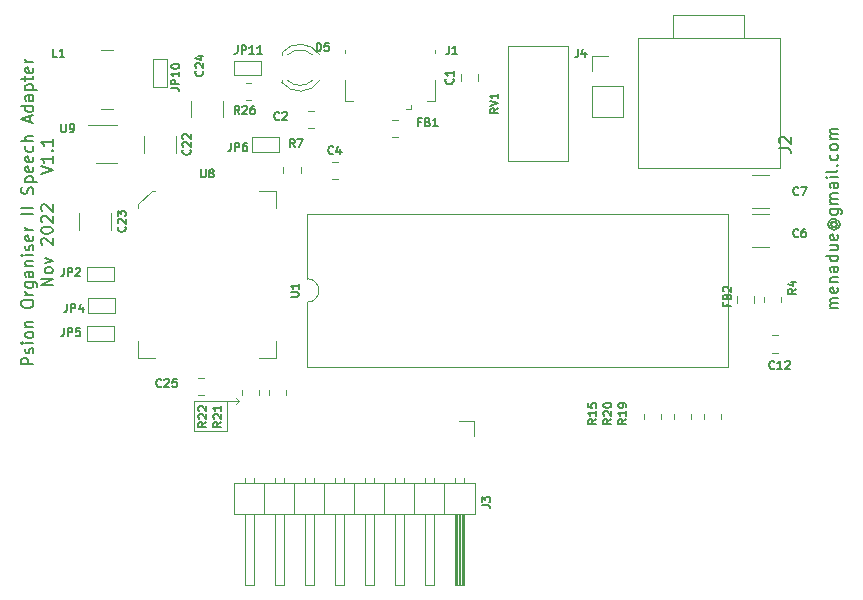
<source format=gbr>
G04 #@! TF.GenerationSoftware,KiCad,Pcbnew,5.1.5+dfsg1-2build2*
G04 #@! TF.CreationDate,2022-11-02T21:13:42+00:00*
G04 #@! TF.ProjectId,psion-speech-sp0256al2,7073696f-6e2d-4737-9065-6563682d7370,rev?*
G04 #@! TF.SameCoordinates,Original*
G04 #@! TF.FileFunction,Legend,Top*
G04 #@! TF.FilePolarity,Positive*
%FSLAX46Y46*%
G04 Gerber Fmt 4.6, Leading zero omitted, Abs format (unit mm)*
G04 Created by KiCad (PCBNEW 5.1.5+dfsg1-2build2) date 2022-11-02 21:13:42*
%MOMM*%
%LPD*%
G04 APERTURE LIST*
%ADD10C,0.150000*%
%ADD11C,0.120000*%
G04 APERTURE END LIST*
D10*
X109418380Y-119863238D02*
X108751714Y-119863238D01*
X108846952Y-119863238D02*
X108799333Y-119815619D01*
X108751714Y-119720380D01*
X108751714Y-119577523D01*
X108799333Y-119482285D01*
X108894571Y-119434666D01*
X109418380Y-119434666D01*
X108894571Y-119434666D02*
X108799333Y-119387047D01*
X108751714Y-119291809D01*
X108751714Y-119148952D01*
X108799333Y-119053714D01*
X108894571Y-119006095D01*
X109418380Y-119006095D01*
X109370761Y-118148952D02*
X109418380Y-118244190D01*
X109418380Y-118434666D01*
X109370761Y-118529904D01*
X109275523Y-118577523D01*
X108894571Y-118577523D01*
X108799333Y-118529904D01*
X108751714Y-118434666D01*
X108751714Y-118244190D01*
X108799333Y-118148952D01*
X108894571Y-118101333D01*
X108989809Y-118101333D01*
X109085047Y-118577523D01*
X108751714Y-117672761D02*
X109418380Y-117672761D01*
X108846952Y-117672761D02*
X108799333Y-117625142D01*
X108751714Y-117529904D01*
X108751714Y-117387047D01*
X108799333Y-117291809D01*
X108894571Y-117244190D01*
X109418380Y-117244190D01*
X109418380Y-116339428D02*
X108894571Y-116339428D01*
X108799333Y-116387047D01*
X108751714Y-116482285D01*
X108751714Y-116672761D01*
X108799333Y-116768000D01*
X109370761Y-116339428D02*
X109418380Y-116434666D01*
X109418380Y-116672761D01*
X109370761Y-116768000D01*
X109275523Y-116815619D01*
X109180285Y-116815619D01*
X109085047Y-116768000D01*
X109037428Y-116672761D01*
X109037428Y-116434666D01*
X108989809Y-116339428D01*
X109418380Y-115434666D02*
X108418380Y-115434666D01*
X109370761Y-115434666D02*
X109418380Y-115529904D01*
X109418380Y-115720380D01*
X109370761Y-115815619D01*
X109323142Y-115863238D01*
X109227904Y-115910857D01*
X108942190Y-115910857D01*
X108846952Y-115863238D01*
X108799333Y-115815619D01*
X108751714Y-115720380D01*
X108751714Y-115529904D01*
X108799333Y-115434666D01*
X108751714Y-114529904D02*
X109418380Y-114529904D01*
X108751714Y-114958476D02*
X109275523Y-114958476D01*
X109370761Y-114910857D01*
X109418380Y-114815619D01*
X109418380Y-114672761D01*
X109370761Y-114577523D01*
X109323142Y-114529904D01*
X109370761Y-113672761D02*
X109418380Y-113768000D01*
X109418380Y-113958476D01*
X109370761Y-114053714D01*
X109275523Y-114101333D01*
X108894571Y-114101333D01*
X108799333Y-114053714D01*
X108751714Y-113958476D01*
X108751714Y-113768000D01*
X108799333Y-113672761D01*
X108894571Y-113625142D01*
X108989809Y-113625142D01*
X109085047Y-114101333D01*
X108942190Y-112577523D02*
X108894571Y-112625142D01*
X108846952Y-112720380D01*
X108846952Y-112815619D01*
X108894571Y-112910857D01*
X108942190Y-112958476D01*
X109037428Y-113006095D01*
X109132666Y-113006095D01*
X109227904Y-112958476D01*
X109275523Y-112910857D01*
X109323142Y-112815619D01*
X109323142Y-112720380D01*
X109275523Y-112625142D01*
X109227904Y-112577523D01*
X108846952Y-112577523D02*
X109227904Y-112577523D01*
X109275523Y-112529904D01*
X109275523Y-112482285D01*
X109227904Y-112387047D01*
X109132666Y-112339428D01*
X108894571Y-112339428D01*
X108751714Y-112434666D01*
X108656476Y-112577523D01*
X108608857Y-112768000D01*
X108656476Y-112958476D01*
X108751714Y-113101333D01*
X108894571Y-113196571D01*
X109085047Y-113244190D01*
X109275523Y-113196571D01*
X109418380Y-113101333D01*
X109513619Y-112958476D01*
X109561238Y-112768000D01*
X109513619Y-112577523D01*
X109418380Y-112434666D01*
X108751714Y-111482285D02*
X109561238Y-111482285D01*
X109656476Y-111529904D01*
X109704095Y-111577523D01*
X109751714Y-111672761D01*
X109751714Y-111815619D01*
X109704095Y-111910857D01*
X109370761Y-111482285D02*
X109418380Y-111577523D01*
X109418380Y-111768000D01*
X109370761Y-111863238D01*
X109323142Y-111910857D01*
X109227904Y-111958476D01*
X108942190Y-111958476D01*
X108846952Y-111910857D01*
X108799333Y-111863238D01*
X108751714Y-111768000D01*
X108751714Y-111577523D01*
X108799333Y-111482285D01*
X109418380Y-111006095D02*
X108751714Y-111006095D01*
X108846952Y-111006095D02*
X108799333Y-110958476D01*
X108751714Y-110863238D01*
X108751714Y-110720380D01*
X108799333Y-110625142D01*
X108894571Y-110577523D01*
X109418380Y-110577523D01*
X108894571Y-110577523D02*
X108799333Y-110529904D01*
X108751714Y-110434666D01*
X108751714Y-110291809D01*
X108799333Y-110196571D01*
X108894571Y-110148952D01*
X109418380Y-110148952D01*
X109418380Y-109244190D02*
X108894571Y-109244190D01*
X108799333Y-109291809D01*
X108751714Y-109387047D01*
X108751714Y-109577523D01*
X108799333Y-109672761D01*
X109370761Y-109244190D02*
X109418380Y-109339428D01*
X109418380Y-109577523D01*
X109370761Y-109672761D01*
X109275523Y-109720380D01*
X109180285Y-109720380D01*
X109085047Y-109672761D01*
X109037428Y-109577523D01*
X109037428Y-109339428D01*
X108989809Y-109244190D01*
X109418380Y-108768000D02*
X108751714Y-108768000D01*
X108418380Y-108768000D02*
X108466000Y-108815619D01*
X108513619Y-108768000D01*
X108466000Y-108720380D01*
X108418380Y-108768000D01*
X108513619Y-108768000D01*
X109418380Y-108148952D02*
X109370761Y-108244190D01*
X109275523Y-108291809D01*
X108418380Y-108291809D01*
X109323142Y-107768000D02*
X109370761Y-107720380D01*
X109418380Y-107768000D01*
X109370761Y-107815619D01*
X109323142Y-107768000D01*
X109418380Y-107768000D01*
X109370761Y-106863238D02*
X109418380Y-106958476D01*
X109418380Y-107148952D01*
X109370761Y-107244190D01*
X109323142Y-107291809D01*
X109227904Y-107339428D01*
X108942190Y-107339428D01*
X108846952Y-107291809D01*
X108799333Y-107244190D01*
X108751714Y-107148952D01*
X108751714Y-106958476D01*
X108799333Y-106863238D01*
X109418380Y-106291809D02*
X109370761Y-106387047D01*
X109323142Y-106434666D01*
X109227904Y-106482285D01*
X108942190Y-106482285D01*
X108846952Y-106434666D01*
X108799333Y-106387047D01*
X108751714Y-106291809D01*
X108751714Y-106148952D01*
X108799333Y-106053714D01*
X108846952Y-106006095D01*
X108942190Y-105958476D01*
X109227904Y-105958476D01*
X109323142Y-106006095D01*
X109370761Y-106053714D01*
X109418380Y-106148952D01*
X109418380Y-106291809D01*
X109418380Y-105529904D02*
X108751714Y-105529904D01*
X108846952Y-105529904D02*
X108799333Y-105482285D01*
X108751714Y-105387047D01*
X108751714Y-105244190D01*
X108799333Y-105148952D01*
X108894571Y-105101333D01*
X109418380Y-105101333D01*
X108894571Y-105101333D02*
X108799333Y-105053714D01*
X108751714Y-104958476D01*
X108751714Y-104815619D01*
X108799333Y-104720380D01*
X108894571Y-104672761D01*
X109418380Y-104672761D01*
X41283380Y-124617142D02*
X40283380Y-124617142D01*
X40283380Y-124236190D01*
X40331000Y-124140952D01*
X40378619Y-124093333D01*
X40473857Y-124045714D01*
X40616714Y-124045714D01*
X40711952Y-124093333D01*
X40759571Y-124140952D01*
X40807190Y-124236190D01*
X40807190Y-124617142D01*
X41235761Y-123664761D02*
X41283380Y-123569523D01*
X41283380Y-123379047D01*
X41235761Y-123283809D01*
X41140523Y-123236190D01*
X41092904Y-123236190D01*
X40997666Y-123283809D01*
X40950047Y-123379047D01*
X40950047Y-123521904D01*
X40902428Y-123617142D01*
X40807190Y-123664761D01*
X40759571Y-123664761D01*
X40664333Y-123617142D01*
X40616714Y-123521904D01*
X40616714Y-123379047D01*
X40664333Y-123283809D01*
X41283380Y-122807619D02*
X40616714Y-122807619D01*
X40283380Y-122807619D02*
X40331000Y-122855238D01*
X40378619Y-122807619D01*
X40331000Y-122760000D01*
X40283380Y-122807619D01*
X40378619Y-122807619D01*
X41283380Y-122188571D02*
X41235761Y-122283809D01*
X41188142Y-122331428D01*
X41092904Y-122379047D01*
X40807190Y-122379047D01*
X40711952Y-122331428D01*
X40664333Y-122283809D01*
X40616714Y-122188571D01*
X40616714Y-122045714D01*
X40664333Y-121950476D01*
X40711952Y-121902857D01*
X40807190Y-121855238D01*
X41092904Y-121855238D01*
X41188142Y-121902857D01*
X41235761Y-121950476D01*
X41283380Y-122045714D01*
X41283380Y-122188571D01*
X40616714Y-121426666D02*
X41283380Y-121426666D01*
X40711952Y-121426666D02*
X40664333Y-121379047D01*
X40616714Y-121283809D01*
X40616714Y-121140952D01*
X40664333Y-121045714D01*
X40759571Y-120998095D01*
X41283380Y-120998095D01*
X40283380Y-119569523D02*
X40283380Y-119379047D01*
X40331000Y-119283809D01*
X40426238Y-119188571D01*
X40616714Y-119140952D01*
X40950047Y-119140952D01*
X41140523Y-119188571D01*
X41235761Y-119283809D01*
X41283380Y-119379047D01*
X41283380Y-119569523D01*
X41235761Y-119664761D01*
X41140523Y-119760000D01*
X40950047Y-119807619D01*
X40616714Y-119807619D01*
X40426238Y-119760000D01*
X40331000Y-119664761D01*
X40283380Y-119569523D01*
X41283380Y-118712380D02*
X40616714Y-118712380D01*
X40807190Y-118712380D02*
X40711952Y-118664761D01*
X40664333Y-118617142D01*
X40616714Y-118521904D01*
X40616714Y-118426666D01*
X40616714Y-117664761D02*
X41426238Y-117664761D01*
X41521476Y-117712380D01*
X41569095Y-117760000D01*
X41616714Y-117855238D01*
X41616714Y-117998095D01*
X41569095Y-118093333D01*
X41235761Y-117664761D02*
X41283380Y-117760000D01*
X41283380Y-117950476D01*
X41235761Y-118045714D01*
X41188142Y-118093333D01*
X41092904Y-118140952D01*
X40807190Y-118140952D01*
X40711952Y-118093333D01*
X40664333Y-118045714D01*
X40616714Y-117950476D01*
X40616714Y-117760000D01*
X40664333Y-117664761D01*
X41283380Y-116760000D02*
X40759571Y-116760000D01*
X40664333Y-116807619D01*
X40616714Y-116902857D01*
X40616714Y-117093333D01*
X40664333Y-117188571D01*
X41235761Y-116760000D02*
X41283380Y-116855238D01*
X41283380Y-117093333D01*
X41235761Y-117188571D01*
X41140523Y-117236190D01*
X41045285Y-117236190D01*
X40950047Y-117188571D01*
X40902428Y-117093333D01*
X40902428Y-116855238D01*
X40854809Y-116760000D01*
X40616714Y-116283809D02*
X41283380Y-116283809D01*
X40711952Y-116283809D02*
X40664333Y-116236190D01*
X40616714Y-116140952D01*
X40616714Y-115998095D01*
X40664333Y-115902857D01*
X40759571Y-115855238D01*
X41283380Y-115855238D01*
X41283380Y-115379047D02*
X40616714Y-115379047D01*
X40283380Y-115379047D02*
X40331000Y-115426666D01*
X40378619Y-115379047D01*
X40331000Y-115331428D01*
X40283380Y-115379047D01*
X40378619Y-115379047D01*
X41235761Y-114950476D02*
X41283380Y-114855238D01*
X41283380Y-114664761D01*
X41235761Y-114569523D01*
X41140523Y-114521904D01*
X41092904Y-114521904D01*
X40997666Y-114569523D01*
X40950047Y-114664761D01*
X40950047Y-114807619D01*
X40902428Y-114902857D01*
X40807190Y-114950476D01*
X40759571Y-114950476D01*
X40664333Y-114902857D01*
X40616714Y-114807619D01*
X40616714Y-114664761D01*
X40664333Y-114569523D01*
X41235761Y-113712380D02*
X41283380Y-113807619D01*
X41283380Y-113998095D01*
X41235761Y-114093333D01*
X41140523Y-114140952D01*
X40759571Y-114140952D01*
X40664333Y-114093333D01*
X40616714Y-113998095D01*
X40616714Y-113807619D01*
X40664333Y-113712380D01*
X40759571Y-113664761D01*
X40854809Y-113664761D01*
X40950047Y-114140952D01*
X41283380Y-113236190D02*
X40616714Y-113236190D01*
X40807190Y-113236190D02*
X40711952Y-113188571D01*
X40664333Y-113140952D01*
X40616714Y-113045714D01*
X40616714Y-112950476D01*
X41283380Y-111855238D02*
X40283380Y-111855238D01*
X41283380Y-111379047D02*
X40283380Y-111379047D01*
X41235761Y-110188571D02*
X41283380Y-110045714D01*
X41283380Y-109807619D01*
X41235761Y-109712380D01*
X41188142Y-109664761D01*
X41092904Y-109617142D01*
X40997666Y-109617142D01*
X40902428Y-109664761D01*
X40854809Y-109712380D01*
X40807190Y-109807619D01*
X40759571Y-109998095D01*
X40711952Y-110093333D01*
X40664333Y-110140952D01*
X40569095Y-110188571D01*
X40473857Y-110188571D01*
X40378619Y-110140952D01*
X40331000Y-110093333D01*
X40283380Y-109998095D01*
X40283380Y-109760000D01*
X40331000Y-109617142D01*
X40616714Y-109188571D02*
X41616714Y-109188571D01*
X40664333Y-109188571D02*
X40616714Y-109093333D01*
X40616714Y-108902857D01*
X40664333Y-108807619D01*
X40711952Y-108760000D01*
X40807190Y-108712380D01*
X41092904Y-108712380D01*
X41188142Y-108760000D01*
X41235761Y-108807619D01*
X41283380Y-108902857D01*
X41283380Y-109093333D01*
X41235761Y-109188571D01*
X41235761Y-107902857D02*
X41283380Y-107998095D01*
X41283380Y-108188571D01*
X41235761Y-108283809D01*
X41140523Y-108331428D01*
X40759571Y-108331428D01*
X40664333Y-108283809D01*
X40616714Y-108188571D01*
X40616714Y-107998095D01*
X40664333Y-107902857D01*
X40759571Y-107855238D01*
X40854809Y-107855238D01*
X40950047Y-108331428D01*
X41235761Y-107045714D02*
X41283380Y-107140952D01*
X41283380Y-107331428D01*
X41235761Y-107426666D01*
X41140523Y-107474285D01*
X40759571Y-107474285D01*
X40664333Y-107426666D01*
X40616714Y-107331428D01*
X40616714Y-107140952D01*
X40664333Y-107045714D01*
X40759571Y-106998095D01*
X40854809Y-106998095D01*
X40950047Y-107474285D01*
X41235761Y-106140952D02*
X41283380Y-106236190D01*
X41283380Y-106426666D01*
X41235761Y-106521904D01*
X41188142Y-106569523D01*
X41092904Y-106617142D01*
X40807190Y-106617142D01*
X40711952Y-106569523D01*
X40664333Y-106521904D01*
X40616714Y-106426666D01*
X40616714Y-106236190D01*
X40664333Y-106140952D01*
X41283380Y-105712380D02*
X40283380Y-105712380D01*
X41283380Y-105283809D02*
X40759571Y-105283809D01*
X40664333Y-105331428D01*
X40616714Y-105426666D01*
X40616714Y-105569523D01*
X40664333Y-105664761D01*
X40711952Y-105712380D01*
X40997666Y-104093333D02*
X40997666Y-103617142D01*
X41283380Y-104188571D02*
X40283380Y-103855238D01*
X41283380Y-103521904D01*
X41283380Y-102760000D02*
X40283380Y-102760000D01*
X41235761Y-102760000D02*
X41283380Y-102855238D01*
X41283380Y-103045714D01*
X41235761Y-103140952D01*
X41188142Y-103188571D01*
X41092904Y-103236190D01*
X40807190Y-103236190D01*
X40711952Y-103188571D01*
X40664333Y-103140952D01*
X40616714Y-103045714D01*
X40616714Y-102855238D01*
X40664333Y-102760000D01*
X41283380Y-101855238D02*
X40759571Y-101855238D01*
X40664333Y-101902857D01*
X40616714Y-101998095D01*
X40616714Y-102188571D01*
X40664333Y-102283809D01*
X41235761Y-101855238D02*
X41283380Y-101950476D01*
X41283380Y-102188571D01*
X41235761Y-102283809D01*
X41140523Y-102331428D01*
X41045285Y-102331428D01*
X40950047Y-102283809D01*
X40902428Y-102188571D01*
X40902428Y-101950476D01*
X40854809Y-101855238D01*
X40616714Y-101379047D02*
X41616714Y-101379047D01*
X40664333Y-101379047D02*
X40616714Y-101283809D01*
X40616714Y-101093333D01*
X40664333Y-100998095D01*
X40711952Y-100950476D01*
X40807190Y-100902857D01*
X41092904Y-100902857D01*
X41188142Y-100950476D01*
X41235761Y-100998095D01*
X41283380Y-101093333D01*
X41283380Y-101283809D01*
X41235761Y-101379047D01*
X40616714Y-100617142D02*
X40616714Y-100236190D01*
X40283380Y-100474285D02*
X41140523Y-100474285D01*
X41235761Y-100426666D01*
X41283380Y-100331428D01*
X41283380Y-100236190D01*
X41235761Y-99521904D02*
X41283380Y-99617142D01*
X41283380Y-99807619D01*
X41235761Y-99902857D01*
X41140523Y-99950476D01*
X40759571Y-99950476D01*
X40664333Y-99902857D01*
X40616714Y-99807619D01*
X40616714Y-99617142D01*
X40664333Y-99521904D01*
X40759571Y-99474285D01*
X40854809Y-99474285D01*
X40950047Y-99950476D01*
X41283380Y-99045714D02*
X40616714Y-99045714D01*
X40807190Y-99045714D02*
X40711952Y-98998095D01*
X40664333Y-98950476D01*
X40616714Y-98855238D01*
X40616714Y-98760000D01*
X42933380Y-117926666D02*
X41933380Y-117926666D01*
X42933380Y-117355238D01*
X41933380Y-117355238D01*
X42933380Y-116736190D02*
X42885761Y-116831428D01*
X42838142Y-116879047D01*
X42742904Y-116926666D01*
X42457190Y-116926666D01*
X42361952Y-116879047D01*
X42314333Y-116831428D01*
X42266714Y-116736190D01*
X42266714Y-116593333D01*
X42314333Y-116498095D01*
X42361952Y-116450476D01*
X42457190Y-116402857D01*
X42742904Y-116402857D01*
X42838142Y-116450476D01*
X42885761Y-116498095D01*
X42933380Y-116593333D01*
X42933380Y-116736190D01*
X42266714Y-116069523D02*
X42933380Y-115831428D01*
X42266714Y-115593333D01*
X42028619Y-114498095D02*
X41981000Y-114450476D01*
X41933380Y-114355238D01*
X41933380Y-114117142D01*
X41981000Y-114021904D01*
X42028619Y-113974285D01*
X42123857Y-113926666D01*
X42219095Y-113926666D01*
X42361952Y-113974285D01*
X42933380Y-114545714D01*
X42933380Y-113926666D01*
X41933380Y-113307619D02*
X41933380Y-113212380D01*
X41981000Y-113117142D01*
X42028619Y-113069523D01*
X42123857Y-113021904D01*
X42314333Y-112974285D01*
X42552428Y-112974285D01*
X42742904Y-113021904D01*
X42838142Y-113069523D01*
X42885761Y-113117142D01*
X42933380Y-113212380D01*
X42933380Y-113307619D01*
X42885761Y-113402857D01*
X42838142Y-113450476D01*
X42742904Y-113498095D01*
X42552428Y-113545714D01*
X42314333Y-113545714D01*
X42123857Y-113498095D01*
X42028619Y-113450476D01*
X41981000Y-113402857D01*
X41933380Y-113307619D01*
X42028619Y-112593333D02*
X41981000Y-112545714D01*
X41933380Y-112450476D01*
X41933380Y-112212380D01*
X41981000Y-112117142D01*
X42028619Y-112069523D01*
X42123857Y-112021904D01*
X42219095Y-112021904D01*
X42361952Y-112069523D01*
X42933380Y-112640952D01*
X42933380Y-112021904D01*
X42028619Y-111640952D02*
X41981000Y-111593333D01*
X41933380Y-111498095D01*
X41933380Y-111260000D01*
X41981000Y-111164761D01*
X42028619Y-111117142D01*
X42123857Y-111069523D01*
X42219095Y-111069523D01*
X42361952Y-111117142D01*
X42933380Y-111688571D01*
X42933380Y-111069523D01*
X41933380Y-108498095D02*
X42933380Y-108164761D01*
X41933380Y-107831428D01*
X42933380Y-106974285D02*
X42933380Y-107545714D01*
X42933380Y-107260000D02*
X41933380Y-107260000D01*
X42076238Y-107355238D01*
X42171476Y-107450476D01*
X42219095Y-107545714D01*
X42838142Y-106545714D02*
X42885761Y-106498095D01*
X42933380Y-106545714D01*
X42885761Y-106593333D01*
X42838142Y-106545714D01*
X42933380Y-106545714D01*
X42933380Y-105545714D02*
X42933380Y-106117142D01*
X42933380Y-105831428D02*
X41933380Y-105831428D01*
X42076238Y-105926666D01*
X42171476Y-106021904D01*
X42219095Y-106117142D01*
D11*
X58420000Y-128016000D02*
X58674000Y-127762000D01*
X58420000Y-127508000D02*
X58674000Y-127762000D01*
X58674000Y-127762000D02*
X58420000Y-127508000D01*
X57658000Y-127762000D02*
X58674000Y-127762000D01*
X57658000Y-127762000D02*
X57658000Y-130302000D01*
X57404000Y-127762000D02*
X57658000Y-127762000D01*
X54864000Y-127762000D02*
X57404000Y-127762000D01*
X54864000Y-130302000D02*
X54864000Y-127762000D01*
X57658000Y-130302000D02*
X54864000Y-130302000D01*
X104371252Y-122155000D02*
X103848748Y-122155000D01*
X104371252Y-123625000D02*
X103848748Y-123625000D01*
X63935000Y-108387064D02*
X63935000Y-107932936D01*
X62465000Y-108387064D02*
X62465000Y-107932936D01*
X101490000Y-95010000D02*
X101490000Y-97010000D01*
X95490000Y-95010000D02*
X95490000Y-97010000D01*
X101490000Y-95010000D02*
X95490000Y-95010000D01*
X98490000Y-95010000D02*
X101490000Y-95010000D01*
X92490000Y-97010000D02*
X104490000Y-97010000D01*
X92490000Y-108010000D02*
X92490000Y-97010000D01*
X104490000Y-108010000D02*
X92490000Y-108010000D01*
X104490000Y-97010000D02*
X104490000Y-108010000D01*
X64456000Y-111904000D02*
X64456000Y-117364000D01*
X100136000Y-111904000D02*
X64456000Y-111904000D01*
X100136000Y-124824000D02*
X100136000Y-111904000D01*
X64456000Y-124824000D02*
X100136000Y-124824000D01*
X64456000Y-119364000D02*
X64456000Y-124824000D01*
X64456000Y-117364000D02*
G75*
G02X64456000Y-119364000I0J-1000000D01*
G01*
X78630000Y-129390000D02*
X78630000Y-130660000D01*
X77360000Y-129390000D02*
X78630000Y-129390000D01*
X77740000Y-134697071D02*
X77740000Y-134242929D01*
X76980000Y-134697071D02*
X76980000Y-134242929D01*
X59200000Y-134242929D02*
X59200000Y-134640000D01*
X59960000Y-134242929D02*
X59960000Y-134640000D01*
X59200000Y-143300000D02*
X59200000Y-137300000D01*
X59960000Y-143300000D02*
X59200000Y-143300000D01*
X59960000Y-137300000D02*
X59960000Y-143300000D01*
X60850000Y-134640000D02*
X60850000Y-137300000D01*
X75200000Y-134697071D02*
X75200000Y-134242929D01*
X74440000Y-134697071D02*
X74440000Y-134242929D01*
X61740000Y-134242929D02*
X61740000Y-134640000D01*
X62500000Y-134242929D02*
X62500000Y-134640000D01*
X61740000Y-143300000D02*
X61740000Y-137300000D01*
X62500000Y-143300000D02*
X61740000Y-143300000D01*
X62500000Y-137300000D02*
X62500000Y-143300000D01*
X63390000Y-134640000D02*
X63390000Y-137300000D01*
X72660000Y-134697071D02*
X72660000Y-134242929D01*
X71900000Y-134697071D02*
X71900000Y-134242929D01*
X64280000Y-134242929D02*
X64280000Y-134640000D01*
X65040000Y-134242929D02*
X65040000Y-134640000D01*
X64280000Y-143300000D02*
X64280000Y-137300000D01*
X65040000Y-143300000D02*
X64280000Y-143300000D01*
X65040000Y-137300000D02*
X65040000Y-143300000D01*
X65930000Y-134640000D02*
X65930000Y-137300000D01*
X70120000Y-134697071D02*
X70120000Y-134242929D01*
X69360000Y-134697071D02*
X69360000Y-134242929D01*
X66820000Y-134242929D02*
X66820000Y-134640000D01*
X67580000Y-134242929D02*
X67580000Y-134640000D01*
X66820000Y-143300000D02*
X66820000Y-137300000D01*
X67580000Y-143300000D02*
X66820000Y-143300000D01*
X67580000Y-137300000D02*
X67580000Y-143300000D01*
X68470000Y-134640000D02*
X68470000Y-137300000D01*
X67580000Y-134697071D02*
X67580000Y-134242929D01*
X66820000Y-134697071D02*
X66820000Y-134242929D01*
X69360000Y-134242929D02*
X69360000Y-134640000D01*
X70120000Y-134242929D02*
X70120000Y-134640000D01*
X69360000Y-143300000D02*
X69360000Y-137300000D01*
X70120000Y-143300000D02*
X69360000Y-143300000D01*
X70120000Y-137300000D02*
X70120000Y-143300000D01*
X71010000Y-134640000D02*
X71010000Y-137300000D01*
X65040000Y-134697071D02*
X65040000Y-134242929D01*
X64280000Y-134697071D02*
X64280000Y-134242929D01*
X71900000Y-134242929D02*
X71900000Y-134640000D01*
X72660000Y-134242929D02*
X72660000Y-134640000D01*
X71900000Y-143300000D02*
X71900000Y-137300000D01*
X72660000Y-143300000D02*
X71900000Y-143300000D01*
X72660000Y-137300000D02*
X72660000Y-143300000D01*
X73550000Y-134640000D02*
X73550000Y-137300000D01*
X62500000Y-134697071D02*
X62500000Y-134242929D01*
X61740000Y-134697071D02*
X61740000Y-134242929D01*
X74440000Y-134242929D02*
X74440000Y-134640000D01*
X75200000Y-134242929D02*
X75200000Y-134640000D01*
X74440000Y-143300000D02*
X74440000Y-137300000D01*
X75200000Y-143300000D02*
X74440000Y-143300000D01*
X75200000Y-137300000D02*
X75200000Y-143300000D01*
X76090000Y-134640000D02*
X76090000Y-137300000D01*
X59960000Y-134630000D02*
X59960000Y-134242929D01*
X59200000Y-134630000D02*
X59200000Y-134242929D01*
X76980000Y-134242929D02*
X76980000Y-134640000D01*
X77740000Y-134242929D02*
X77740000Y-134640000D01*
X77080000Y-137300000D02*
X77080000Y-143300000D01*
X77200000Y-137300000D02*
X77200000Y-143300000D01*
X77320000Y-137300000D02*
X77320000Y-143300000D01*
X77440000Y-137300000D02*
X77440000Y-143300000D01*
X77560000Y-137300000D02*
X77560000Y-143300000D01*
X77680000Y-137300000D02*
X77680000Y-143300000D01*
X76980000Y-143300000D02*
X76980000Y-137300000D01*
X77740000Y-143300000D02*
X76980000Y-143300000D01*
X77740000Y-137300000D02*
X77740000Y-143300000D01*
X78690000Y-137300000D02*
X78690000Y-134640000D01*
X58250000Y-137300000D02*
X78690000Y-137300000D01*
X58250000Y-134640000D02*
X58250000Y-137300000D01*
X78690000Y-134640000D02*
X58250000Y-134640000D01*
X81470000Y-97655000D02*
X86540000Y-97655000D01*
X81470000Y-107425000D02*
X86540000Y-107425000D01*
X86540000Y-107425000D02*
X86540000Y-97655000D01*
X81470000Y-107425000D02*
X81470000Y-97655000D01*
X88586000Y-98492000D02*
X89916000Y-98492000D01*
X88586000Y-99822000D02*
X88586000Y-98492000D01*
X88586000Y-101092000D02*
X91246000Y-101092000D01*
X91246000Y-101092000D02*
X91246000Y-103692000D01*
X88586000Y-101092000D02*
X88586000Y-103692000D01*
X88586000Y-103692000D02*
X91246000Y-103692000D01*
X104621000Y-119353064D02*
X104621000Y-118898936D01*
X103151000Y-119353064D02*
X103151000Y-118898936D01*
X103581252Y-108622000D02*
X102158748Y-108622000D01*
X103581252Y-111342000D02*
X102158748Y-111342000D01*
X102158748Y-114644000D02*
X103581252Y-114644000D01*
X102158748Y-111924000D02*
X103581252Y-111924000D01*
X66540748Y-108939000D02*
X67063252Y-108939000D01*
X66540748Y-107469000D02*
X67063252Y-107469000D01*
X64508748Y-104621000D02*
X65031252Y-104621000D01*
X64508748Y-103151000D02*
X65031252Y-103151000D01*
X48400000Y-104390000D02*
X45950000Y-104390000D01*
X46600000Y-107610000D02*
X48400000Y-107610000D01*
X50175000Y-111077218D02*
X50175000Y-111360000D01*
X51347218Y-109905000D02*
X50175000Y-111077218D01*
X51630000Y-109905000D02*
X51347218Y-109905000D01*
X61825000Y-124095000D02*
X61825000Y-122640000D01*
X60370000Y-124095000D02*
X61825000Y-124095000D01*
X50175000Y-124095000D02*
X50175000Y-122640000D01*
X51630000Y-124095000D02*
X50175000Y-124095000D01*
X61825000Y-109905000D02*
X61825000Y-111360000D01*
X60370000Y-109905000D02*
X61825000Y-109905000D01*
X59272936Y-102235000D02*
X59727064Y-102235000D01*
X59272936Y-100765000D02*
X59727064Y-100765000D01*
X60425000Y-127227064D02*
X60425000Y-126772936D01*
X58955000Y-127227064D02*
X58955000Y-126772936D01*
X62711000Y-127227064D02*
X62711000Y-126772936D01*
X61241000Y-127227064D02*
X61241000Y-126772936D01*
X95531000Y-128804936D02*
X95531000Y-129259064D01*
X97001000Y-128804936D02*
X97001000Y-129259064D01*
X98071000Y-128804936D02*
X98071000Y-129259064D01*
X99541000Y-128804936D02*
X99541000Y-129259064D01*
X94461000Y-129259064D02*
X94461000Y-128804936D01*
X92991000Y-129259064D02*
X92991000Y-128804936D01*
X48000000Y-97990000D02*
X47000000Y-97990000D01*
X48000000Y-103010000D02*
X47000000Y-103010000D01*
X58300000Y-98900000D02*
X60600000Y-98900000D01*
X60600000Y-98900000D02*
X60600000Y-100100000D01*
X60600000Y-100100000D02*
X58300000Y-100100000D01*
X58300000Y-100100000D02*
X58300000Y-98900000D01*
X52600000Y-98800000D02*
X52600000Y-101100000D01*
X52600000Y-101100000D02*
X51400000Y-101100000D01*
X51400000Y-101100000D02*
X51400000Y-98800000D01*
X51400000Y-98800000D02*
X52600000Y-98800000D01*
X59800000Y-105400000D02*
X62100000Y-105400000D01*
X62100000Y-105400000D02*
X62100000Y-106600000D01*
X62100000Y-106600000D02*
X59800000Y-106600000D01*
X59800000Y-106600000D02*
X59800000Y-105400000D01*
X45800000Y-121400000D02*
X48100000Y-121400000D01*
X48100000Y-121400000D02*
X48100000Y-122600000D01*
X48100000Y-122600000D02*
X45800000Y-122600000D01*
X45800000Y-122600000D02*
X45800000Y-121400000D01*
X48190000Y-120234000D02*
X45890000Y-120234000D01*
X45890000Y-120234000D02*
X45890000Y-119034000D01*
X45890000Y-119034000D02*
X48190000Y-119034000D01*
X48190000Y-119034000D02*
X48190000Y-120234000D01*
X45800000Y-116400000D02*
X48100000Y-116400000D01*
X48100000Y-116400000D02*
X48100000Y-117600000D01*
X48100000Y-117600000D02*
X45800000Y-117600000D01*
X45800000Y-117600000D02*
X45800000Y-116400000D01*
X73260000Y-103010000D02*
X73260000Y-102620000D01*
X73260000Y-103010000D02*
X72810000Y-103010000D01*
X67690000Y-102310000D02*
X68340000Y-102310000D01*
X67690000Y-100580000D02*
X67690000Y-102310000D01*
X75310000Y-98010000D02*
X75310000Y-98220000D01*
X67690000Y-98010000D02*
X67690000Y-98220000D01*
X75310000Y-100580000D02*
X75310000Y-102310000D01*
X75310000Y-102310000D02*
X74650000Y-102310000D01*
X100865000Y-118864748D02*
X100865000Y-119387252D01*
X102335000Y-118864748D02*
X102335000Y-119387252D01*
X71620748Y-105383000D02*
X72143252Y-105383000D01*
X71620748Y-103913000D02*
X72143252Y-103913000D01*
X62310000Y-100580000D02*
X62310000Y-100736000D01*
X62310000Y-98264000D02*
X62310000Y-98420000D01*
X64911130Y-100579837D02*
G75*
G02X62829039Y-100580000I-1041130J1079837D01*
G01*
X64911130Y-98420163D02*
G75*
G03X62829039Y-98420000I-1041130J-1079837D01*
G01*
X65542335Y-100578608D02*
G75*
G02X62310000Y-100735516I-1672335J1078608D01*
G01*
X65542335Y-98421392D02*
G75*
G03X62310000Y-98264484I-1672335J-1078608D01*
G01*
X55238748Y-127235000D02*
X55761252Y-127235000D01*
X55238748Y-125765000D02*
X55761252Y-125765000D01*
X54640000Y-102288748D02*
X54640000Y-103711252D01*
X57360000Y-102288748D02*
X57360000Y-103711252D01*
X45140000Y-111788748D02*
X45140000Y-113211252D01*
X47860000Y-111788748D02*
X47860000Y-113211252D01*
X50640000Y-105288748D02*
X50640000Y-106711252D01*
X53360000Y-105288748D02*
X53360000Y-106711252D01*
X78967000Y-100591252D02*
X78967000Y-100068748D01*
X77497000Y-100591252D02*
X77497000Y-100068748D01*
D10*
X104020000Y-124950000D02*
X103986666Y-124983333D01*
X103886666Y-125016666D01*
X103820000Y-125016666D01*
X103720000Y-124983333D01*
X103653333Y-124916666D01*
X103620000Y-124850000D01*
X103586666Y-124716666D01*
X103586666Y-124616666D01*
X103620000Y-124483333D01*
X103653333Y-124416666D01*
X103720000Y-124350000D01*
X103820000Y-124316666D01*
X103886666Y-124316666D01*
X103986666Y-124350000D01*
X104020000Y-124383333D01*
X104686666Y-125016666D02*
X104286666Y-125016666D01*
X104486666Y-125016666D02*
X104486666Y-124316666D01*
X104420000Y-124416666D01*
X104353333Y-124483333D01*
X104286666Y-124516666D01*
X104953333Y-124383333D02*
X104986666Y-124350000D01*
X105053333Y-124316666D01*
X105220000Y-124316666D01*
X105286666Y-124350000D01*
X105320000Y-124383333D01*
X105353333Y-124450000D01*
X105353333Y-124516666D01*
X105320000Y-124616666D01*
X104920000Y-125016666D01*
X105353333Y-125016666D01*
X63413333Y-106246666D02*
X63180000Y-105913333D01*
X63013333Y-106246666D02*
X63013333Y-105546666D01*
X63280000Y-105546666D01*
X63346666Y-105580000D01*
X63380000Y-105613333D01*
X63413333Y-105680000D01*
X63413333Y-105780000D01*
X63380000Y-105846666D01*
X63346666Y-105880000D01*
X63280000Y-105913333D01*
X63013333Y-105913333D01*
X63646666Y-105546666D02*
X64113333Y-105546666D01*
X63813333Y-106246666D01*
X104442380Y-106343333D02*
X105156666Y-106343333D01*
X105299523Y-106390952D01*
X105394761Y-106486190D01*
X105442380Y-106629047D01*
X105442380Y-106724285D01*
X104537619Y-105914761D02*
X104490000Y-105867142D01*
X104442380Y-105771904D01*
X104442380Y-105533809D01*
X104490000Y-105438571D01*
X104537619Y-105390952D01*
X104632857Y-105343333D01*
X104728095Y-105343333D01*
X104870952Y-105390952D01*
X105442380Y-105962380D01*
X105442380Y-105343333D01*
X63072666Y-118897333D02*
X63639333Y-118897333D01*
X63706000Y-118864000D01*
X63739333Y-118830666D01*
X63772666Y-118764000D01*
X63772666Y-118630666D01*
X63739333Y-118564000D01*
X63706000Y-118530666D01*
X63639333Y-118497333D01*
X63072666Y-118497333D01*
X63772666Y-117797333D02*
X63772666Y-118197333D01*
X63772666Y-117997333D02*
X63072666Y-117997333D01*
X63172666Y-118064000D01*
X63239333Y-118130666D01*
X63272666Y-118197333D01*
X79246666Y-136548333D02*
X79746666Y-136548333D01*
X79846666Y-136581666D01*
X79913333Y-136648333D01*
X79946666Y-136748333D01*
X79946666Y-136815000D01*
X79246666Y-136281666D02*
X79246666Y-135848333D01*
X79513333Y-136081666D01*
X79513333Y-135981666D01*
X79546666Y-135915000D01*
X79580000Y-135881666D01*
X79646666Y-135848333D01*
X79813333Y-135848333D01*
X79880000Y-135881666D01*
X79913333Y-135915000D01*
X79946666Y-135981666D01*
X79946666Y-136181666D01*
X79913333Y-136248333D01*
X79880000Y-136281666D01*
X80656666Y-102956666D02*
X80323333Y-103190000D01*
X80656666Y-103356666D02*
X79956666Y-103356666D01*
X79956666Y-103090000D01*
X79990000Y-103023333D01*
X80023333Y-102990000D01*
X80090000Y-102956666D01*
X80190000Y-102956666D01*
X80256666Y-102990000D01*
X80290000Y-103023333D01*
X80323333Y-103090000D01*
X80323333Y-103356666D01*
X79956666Y-102756666D02*
X80656666Y-102523333D01*
X79956666Y-102290000D01*
X80656666Y-101690000D02*
X80656666Y-102090000D01*
X80656666Y-101890000D02*
X79956666Y-101890000D01*
X80056666Y-101956666D01*
X80123333Y-102023333D01*
X80156666Y-102090000D01*
X87396666Y-97914666D02*
X87396666Y-98414666D01*
X87363333Y-98514666D01*
X87296666Y-98581333D01*
X87196666Y-98614666D01*
X87130000Y-98614666D01*
X88030000Y-98148000D02*
X88030000Y-98614666D01*
X87863333Y-97881333D02*
X87696666Y-98381333D01*
X88130000Y-98381333D01*
X105876666Y-118226666D02*
X105543333Y-118460000D01*
X105876666Y-118626666D02*
X105176666Y-118626666D01*
X105176666Y-118360000D01*
X105210000Y-118293333D01*
X105243333Y-118260000D01*
X105310000Y-118226666D01*
X105410000Y-118226666D01*
X105476666Y-118260000D01*
X105510000Y-118293333D01*
X105543333Y-118360000D01*
X105543333Y-118626666D01*
X105410000Y-117626666D02*
X105876666Y-117626666D01*
X105143333Y-117793333D02*
X105643333Y-117960000D01*
X105643333Y-117526666D01*
X106055333Y-110232000D02*
X106022000Y-110265333D01*
X105922000Y-110298666D01*
X105855333Y-110298666D01*
X105755333Y-110265333D01*
X105688666Y-110198666D01*
X105655333Y-110132000D01*
X105622000Y-109998666D01*
X105622000Y-109898666D01*
X105655333Y-109765333D01*
X105688666Y-109698666D01*
X105755333Y-109632000D01*
X105855333Y-109598666D01*
X105922000Y-109598666D01*
X106022000Y-109632000D01*
X106055333Y-109665333D01*
X106288666Y-109598666D02*
X106755333Y-109598666D01*
X106455333Y-110298666D01*
X106055333Y-113788000D02*
X106022000Y-113821333D01*
X105922000Y-113854666D01*
X105855333Y-113854666D01*
X105755333Y-113821333D01*
X105688666Y-113754666D01*
X105655333Y-113688000D01*
X105622000Y-113554666D01*
X105622000Y-113454666D01*
X105655333Y-113321333D01*
X105688666Y-113254666D01*
X105755333Y-113188000D01*
X105855333Y-113154666D01*
X105922000Y-113154666D01*
X106022000Y-113188000D01*
X106055333Y-113221333D01*
X106655333Y-113154666D02*
X106522000Y-113154666D01*
X106455333Y-113188000D01*
X106422000Y-113221333D01*
X106355333Y-113321333D01*
X106322000Y-113454666D01*
X106322000Y-113721333D01*
X106355333Y-113788000D01*
X106388666Y-113821333D01*
X106455333Y-113854666D01*
X106588666Y-113854666D01*
X106655333Y-113821333D01*
X106688666Y-113788000D01*
X106722000Y-113721333D01*
X106722000Y-113554666D01*
X106688666Y-113488000D01*
X106655333Y-113454666D01*
X106588666Y-113421333D01*
X106455333Y-113421333D01*
X106388666Y-113454666D01*
X106355333Y-113488000D01*
X106322000Y-113554666D01*
X66685333Y-106774000D02*
X66652000Y-106807333D01*
X66552000Y-106840666D01*
X66485333Y-106840666D01*
X66385333Y-106807333D01*
X66318666Y-106740666D01*
X66285333Y-106674000D01*
X66252000Y-106540666D01*
X66252000Y-106440666D01*
X66285333Y-106307333D01*
X66318666Y-106240666D01*
X66385333Y-106174000D01*
X66485333Y-106140666D01*
X66552000Y-106140666D01*
X66652000Y-106174000D01*
X66685333Y-106207333D01*
X67285333Y-106374000D02*
X67285333Y-106840666D01*
X67118666Y-106107333D02*
X66952000Y-106607333D01*
X67385333Y-106607333D01*
X62113333Y-103882000D02*
X62080000Y-103915333D01*
X61980000Y-103948666D01*
X61913333Y-103948666D01*
X61813333Y-103915333D01*
X61746666Y-103848666D01*
X61713333Y-103782000D01*
X61680000Y-103648666D01*
X61680000Y-103548666D01*
X61713333Y-103415333D01*
X61746666Y-103348666D01*
X61813333Y-103282000D01*
X61913333Y-103248666D01*
X61980000Y-103248666D01*
X62080000Y-103282000D01*
X62113333Y-103315333D01*
X62380000Y-103315333D02*
X62413333Y-103282000D01*
X62480000Y-103248666D01*
X62646666Y-103248666D01*
X62713333Y-103282000D01*
X62746666Y-103315333D01*
X62780000Y-103382000D01*
X62780000Y-103448666D01*
X62746666Y-103548666D01*
X62346666Y-103948666D01*
X62780000Y-103948666D01*
X43662666Y-104264666D02*
X43662666Y-104831333D01*
X43696000Y-104898000D01*
X43729333Y-104931333D01*
X43796000Y-104964666D01*
X43929333Y-104964666D01*
X43996000Y-104931333D01*
X44029333Y-104898000D01*
X44062666Y-104831333D01*
X44062666Y-104264666D01*
X44429333Y-104964666D02*
X44562666Y-104964666D01*
X44629333Y-104931333D01*
X44662666Y-104898000D01*
X44729333Y-104798000D01*
X44762666Y-104664666D01*
X44762666Y-104398000D01*
X44729333Y-104331333D01*
X44696000Y-104298000D01*
X44629333Y-104264666D01*
X44496000Y-104264666D01*
X44429333Y-104298000D01*
X44396000Y-104331333D01*
X44362666Y-104398000D01*
X44362666Y-104564666D01*
X44396000Y-104631333D01*
X44429333Y-104664666D01*
X44496000Y-104698000D01*
X44629333Y-104698000D01*
X44696000Y-104664666D01*
X44729333Y-104631333D01*
X44762666Y-104564666D01*
X55466666Y-108096666D02*
X55466666Y-108663333D01*
X55500000Y-108730000D01*
X55533333Y-108763333D01*
X55600000Y-108796666D01*
X55733333Y-108796666D01*
X55800000Y-108763333D01*
X55833333Y-108730000D01*
X55866666Y-108663333D01*
X55866666Y-108096666D01*
X56300000Y-108396666D02*
X56233333Y-108363333D01*
X56200000Y-108330000D01*
X56166666Y-108263333D01*
X56166666Y-108230000D01*
X56200000Y-108163333D01*
X56233333Y-108130000D01*
X56300000Y-108096666D01*
X56433333Y-108096666D01*
X56500000Y-108130000D01*
X56533333Y-108163333D01*
X56566666Y-108230000D01*
X56566666Y-108263333D01*
X56533333Y-108330000D01*
X56500000Y-108363333D01*
X56433333Y-108396666D01*
X56300000Y-108396666D01*
X56233333Y-108430000D01*
X56200000Y-108463333D01*
X56166666Y-108530000D01*
X56166666Y-108663333D01*
X56200000Y-108730000D01*
X56233333Y-108763333D01*
X56300000Y-108796666D01*
X56433333Y-108796666D01*
X56500000Y-108763333D01*
X56533333Y-108730000D01*
X56566666Y-108663333D01*
X56566666Y-108530000D01*
X56533333Y-108463333D01*
X56500000Y-108430000D01*
X56433333Y-108396666D01*
X58732000Y-103440666D02*
X58498666Y-103107333D01*
X58332000Y-103440666D02*
X58332000Y-102740666D01*
X58598666Y-102740666D01*
X58665333Y-102774000D01*
X58698666Y-102807333D01*
X58732000Y-102874000D01*
X58732000Y-102974000D01*
X58698666Y-103040666D01*
X58665333Y-103074000D01*
X58598666Y-103107333D01*
X58332000Y-103107333D01*
X58998666Y-102807333D02*
X59032000Y-102774000D01*
X59098666Y-102740666D01*
X59265333Y-102740666D01*
X59332000Y-102774000D01*
X59365333Y-102807333D01*
X59398666Y-102874000D01*
X59398666Y-102940666D01*
X59365333Y-103040666D01*
X58965333Y-103440666D01*
X59398666Y-103440666D01*
X59998666Y-102740666D02*
X59865333Y-102740666D01*
X59798666Y-102774000D01*
X59765333Y-102807333D01*
X59698666Y-102907333D01*
X59665333Y-103040666D01*
X59665333Y-103307333D01*
X59698666Y-103374000D01*
X59732000Y-103407333D01*
X59798666Y-103440666D01*
X59932000Y-103440666D01*
X59998666Y-103407333D01*
X60032000Y-103374000D01*
X60065333Y-103307333D01*
X60065333Y-103140666D01*
X60032000Y-103074000D01*
X59998666Y-103040666D01*
X59932000Y-103007333D01*
X59798666Y-103007333D01*
X59732000Y-103040666D01*
X59698666Y-103074000D01*
X59665333Y-103140666D01*
X55942666Y-129482000D02*
X55609333Y-129715333D01*
X55942666Y-129882000D02*
X55242666Y-129882000D01*
X55242666Y-129615333D01*
X55276000Y-129548666D01*
X55309333Y-129515333D01*
X55376000Y-129482000D01*
X55476000Y-129482000D01*
X55542666Y-129515333D01*
X55576000Y-129548666D01*
X55609333Y-129615333D01*
X55609333Y-129882000D01*
X55309333Y-129215333D02*
X55276000Y-129182000D01*
X55242666Y-129115333D01*
X55242666Y-128948666D01*
X55276000Y-128882000D01*
X55309333Y-128848666D01*
X55376000Y-128815333D01*
X55442666Y-128815333D01*
X55542666Y-128848666D01*
X55942666Y-129248666D01*
X55942666Y-128815333D01*
X55309333Y-128548666D02*
X55276000Y-128515333D01*
X55242666Y-128448666D01*
X55242666Y-128282000D01*
X55276000Y-128215333D01*
X55309333Y-128182000D01*
X55376000Y-128148666D01*
X55442666Y-128148666D01*
X55542666Y-128182000D01*
X55942666Y-128582000D01*
X55942666Y-128148666D01*
X57212666Y-129482000D02*
X56879333Y-129715333D01*
X57212666Y-129882000D02*
X56512666Y-129882000D01*
X56512666Y-129615333D01*
X56546000Y-129548666D01*
X56579333Y-129515333D01*
X56646000Y-129482000D01*
X56746000Y-129482000D01*
X56812666Y-129515333D01*
X56846000Y-129548666D01*
X56879333Y-129615333D01*
X56879333Y-129882000D01*
X56579333Y-129215333D02*
X56546000Y-129182000D01*
X56512666Y-129115333D01*
X56512666Y-128948666D01*
X56546000Y-128882000D01*
X56579333Y-128848666D01*
X56646000Y-128815333D01*
X56712666Y-128815333D01*
X56812666Y-128848666D01*
X57212666Y-129248666D01*
X57212666Y-128815333D01*
X57212666Y-128148666D02*
X57212666Y-128548666D01*
X57212666Y-128348666D02*
X56512666Y-128348666D01*
X56612666Y-128415333D01*
X56679333Y-128482000D01*
X56712666Y-128548666D01*
X90232666Y-129228000D02*
X89899333Y-129461333D01*
X90232666Y-129628000D02*
X89532666Y-129628000D01*
X89532666Y-129361333D01*
X89566000Y-129294666D01*
X89599333Y-129261333D01*
X89666000Y-129228000D01*
X89766000Y-129228000D01*
X89832666Y-129261333D01*
X89866000Y-129294666D01*
X89899333Y-129361333D01*
X89899333Y-129628000D01*
X89599333Y-128961333D02*
X89566000Y-128928000D01*
X89532666Y-128861333D01*
X89532666Y-128694666D01*
X89566000Y-128628000D01*
X89599333Y-128594666D01*
X89666000Y-128561333D01*
X89732666Y-128561333D01*
X89832666Y-128594666D01*
X90232666Y-128994666D01*
X90232666Y-128561333D01*
X89532666Y-128128000D02*
X89532666Y-128061333D01*
X89566000Y-127994666D01*
X89599333Y-127961333D01*
X89666000Y-127928000D01*
X89799333Y-127894666D01*
X89966000Y-127894666D01*
X90099333Y-127928000D01*
X90166000Y-127961333D01*
X90199333Y-127994666D01*
X90232666Y-128061333D01*
X90232666Y-128128000D01*
X90199333Y-128194666D01*
X90166000Y-128228000D01*
X90099333Y-128261333D01*
X89966000Y-128294666D01*
X89799333Y-128294666D01*
X89666000Y-128261333D01*
X89599333Y-128228000D01*
X89566000Y-128194666D01*
X89532666Y-128128000D01*
X91502666Y-129228000D02*
X91169333Y-129461333D01*
X91502666Y-129628000D02*
X90802666Y-129628000D01*
X90802666Y-129361333D01*
X90836000Y-129294666D01*
X90869333Y-129261333D01*
X90936000Y-129228000D01*
X91036000Y-129228000D01*
X91102666Y-129261333D01*
X91136000Y-129294666D01*
X91169333Y-129361333D01*
X91169333Y-129628000D01*
X91502666Y-128561333D02*
X91502666Y-128961333D01*
X91502666Y-128761333D02*
X90802666Y-128761333D01*
X90902666Y-128828000D01*
X90969333Y-128894666D01*
X91002666Y-128961333D01*
X91502666Y-128228000D02*
X91502666Y-128094666D01*
X91469333Y-128028000D01*
X91436000Y-127994666D01*
X91336000Y-127928000D01*
X91202666Y-127894666D01*
X90936000Y-127894666D01*
X90869333Y-127928000D01*
X90836000Y-127961333D01*
X90802666Y-128028000D01*
X90802666Y-128161333D01*
X90836000Y-128228000D01*
X90869333Y-128261333D01*
X90936000Y-128294666D01*
X91102666Y-128294666D01*
X91169333Y-128261333D01*
X91202666Y-128228000D01*
X91236000Y-128161333D01*
X91236000Y-128028000D01*
X91202666Y-127961333D01*
X91169333Y-127928000D01*
X91102666Y-127894666D01*
X88962666Y-129228000D02*
X88629333Y-129461333D01*
X88962666Y-129628000D02*
X88262666Y-129628000D01*
X88262666Y-129361333D01*
X88296000Y-129294666D01*
X88329333Y-129261333D01*
X88396000Y-129228000D01*
X88496000Y-129228000D01*
X88562666Y-129261333D01*
X88596000Y-129294666D01*
X88629333Y-129361333D01*
X88629333Y-129628000D01*
X88962666Y-128561333D02*
X88962666Y-128961333D01*
X88962666Y-128761333D02*
X88262666Y-128761333D01*
X88362666Y-128828000D01*
X88429333Y-128894666D01*
X88462666Y-128961333D01*
X88262666Y-127928000D02*
X88262666Y-128261333D01*
X88596000Y-128294666D01*
X88562666Y-128261333D01*
X88529333Y-128194666D01*
X88529333Y-128028000D01*
X88562666Y-127961333D01*
X88596000Y-127928000D01*
X88662666Y-127894666D01*
X88829333Y-127894666D01*
X88896000Y-127928000D01*
X88929333Y-127961333D01*
X88962666Y-128028000D01*
X88962666Y-128194666D01*
X88929333Y-128261333D01*
X88896000Y-128294666D01*
X43317333Y-98614666D02*
X42984000Y-98614666D01*
X42984000Y-97914666D01*
X43917333Y-98614666D02*
X43517333Y-98614666D01*
X43717333Y-98614666D02*
X43717333Y-97914666D01*
X43650666Y-98014666D01*
X43584000Y-98081333D01*
X43517333Y-98114666D01*
X58583333Y-97616666D02*
X58583333Y-98116666D01*
X58550000Y-98216666D01*
X58483333Y-98283333D01*
X58383333Y-98316666D01*
X58316666Y-98316666D01*
X58916666Y-98316666D02*
X58916666Y-97616666D01*
X59183333Y-97616666D01*
X59250000Y-97650000D01*
X59283333Y-97683333D01*
X59316666Y-97750000D01*
X59316666Y-97850000D01*
X59283333Y-97916666D01*
X59250000Y-97950000D01*
X59183333Y-97983333D01*
X58916666Y-97983333D01*
X59983333Y-98316666D02*
X59583333Y-98316666D01*
X59783333Y-98316666D02*
X59783333Y-97616666D01*
X59716666Y-97716666D01*
X59650000Y-97783333D01*
X59583333Y-97816666D01*
X60650000Y-98316666D02*
X60250000Y-98316666D01*
X60450000Y-98316666D02*
X60450000Y-97616666D01*
X60383333Y-97716666D01*
X60316666Y-97783333D01*
X60250000Y-97816666D01*
X52956666Y-101246666D02*
X53456666Y-101246666D01*
X53556666Y-101280000D01*
X53623333Y-101346666D01*
X53656666Y-101446666D01*
X53656666Y-101513333D01*
X53656666Y-100913333D02*
X52956666Y-100913333D01*
X52956666Y-100646666D01*
X52990000Y-100580000D01*
X53023333Y-100546666D01*
X53090000Y-100513333D01*
X53190000Y-100513333D01*
X53256666Y-100546666D01*
X53290000Y-100580000D01*
X53323333Y-100646666D01*
X53323333Y-100913333D01*
X53656666Y-99846666D02*
X53656666Y-100246666D01*
X53656666Y-100046666D02*
X52956666Y-100046666D01*
X53056666Y-100113333D01*
X53123333Y-100180000D01*
X53156666Y-100246666D01*
X52956666Y-99413333D02*
X52956666Y-99346666D01*
X52990000Y-99280000D01*
X53023333Y-99246666D01*
X53090000Y-99213333D01*
X53223333Y-99180000D01*
X53390000Y-99180000D01*
X53523333Y-99213333D01*
X53590000Y-99246666D01*
X53623333Y-99280000D01*
X53656666Y-99346666D01*
X53656666Y-99413333D01*
X53623333Y-99480000D01*
X53590000Y-99513333D01*
X53523333Y-99546666D01*
X53390000Y-99580000D01*
X53223333Y-99580000D01*
X53090000Y-99546666D01*
X53023333Y-99513333D01*
X52990000Y-99480000D01*
X52956666Y-99413333D01*
X58006666Y-105866666D02*
X58006666Y-106366666D01*
X57973333Y-106466666D01*
X57906666Y-106533333D01*
X57806666Y-106566666D01*
X57740000Y-106566666D01*
X58340000Y-106566666D02*
X58340000Y-105866666D01*
X58606666Y-105866666D01*
X58673333Y-105900000D01*
X58706666Y-105933333D01*
X58740000Y-106000000D01*
X58740000Y-106100000D01*
X58706666Y-106166666D01*
X58673333Y-106200000D01*
X58606666Y-106233333D01*
X58340000Y-106233333D01*
X59340000Y-105866666D02*
X59206666Y-105866666D01*
X59140000Y-105900000D01*
X59106666Y-105933333D01*
X59040000Y-106033333D01*
X59006666Y-106166666D01*
X59006666Y-106433333D01*
X59040000Y-106500000D01*
X59073333Y-106533333D01*
X59140000Y-106566666D01*
X59273333Y-106566666D01*
X59340000Y-106533333D01*
X59373333Y-106500000D01*
X59406666Y-106433333D01*
X59406666Y-106266666D01*
X59373333Y-106200000D01*
X59340000Y-106166666D01*
X59273333Y-106133333D01*
X59140000Y-106133333D01*
X59073333Y-106166666D01*
X59040000Y-106200000D01*
X59006666Y-106266666D01*
X43866666Y-121536666D02*
X43866666Y-122036666D01*
X43833333Y-122136666D01*
X43766666Y-122203333D01*
X43666666Y-122236666D01*
X43600000Y-122236666D01*
X44200000Y-122236666D02*
X44200000Y-121536666D01*
X44466666Y-121536666D01*
X44533333Y-121570000D01*
X44566666Y-121603333D01*
X44600000Y-121670000D01*
X44600000Y-121770000D01*
X44566666Y-121836666D01*
X44533333Y-121870000D01*
X44466666Y-121903333D01*
X44200000Y-121903333D01*
X45233333Y-121536666D02*
X44900000Y-121536666D01*
X44866666Y-121870000D01*
X44900000Y-121836666D01*
X44966666Y-121803333D01*
X45133333Y-121803333D01*
X45200000Y-121836666D01*
X45233333Y-121870000D01*
X45266666Y-121936666D01*
X45266666Y-122103333D01*
X45233333Y-122170000D01*
X45200000Y-122203333D01*
X45133333Y-122236666D01*
X44966666Y-122236666D01*
X44900000Y-122203333D01*
X44866666Y-122170000D01*
X44120666Y-119504666D02*
X44120666Y-120004666D01*
X44087333Y-120104666D01*
X44020666Y-120171333D01*
X43920666Y-120204666D01*
X43854000Y-120204666D01*
X44454000Y-120204666D02*
X44454000Y-119504666D01*
X44720666Y-119504666D01*
X44787333Y-119538000D01*
X44820666Y-119571333D01*
X44854000Y-119638000D01*
X44854000Y-119738000D01*
X44820666Y-119804666D01*
X44787333Y-119838000D01*
X44720666Y-119871333D01*
X44454000Y-119871333D01*
X45454000Y-119738000D02*
X45454000Y-120204666D01*
X45287333Y-119471333D02*
X45120666Y-119971333D01*
X45554000Y-119971333D01*
X43866666Y-116456666D02*
X43866666Y-116956666D01*
X43833333Y-117056666D01*
X43766666Y-117123333D01*
X43666666Y-117156666D01*
X43600000Y-117156666D01*
X44200000Y-117156666D02*
X44200000Y-116456666D01*
X44466666Y-116456666D01*
X44533333Y-116490000D01*
X44566666Y-116523333D01*
X44600000Y-116590000D01*
X44600000Y-116690000D01*
X44566666Y-116756666D01*
X44533333Y-116790000D01*
X44466666Y-116823333D01*
X44200000Y-116823333D01*
X44866666Y-116523333D02*
X44900000Y-116490000D01*
X44966666Y-116456666D01*
X45133333Y-116456666D01*
X45200000Y-116490000D01*
X45233333Y-116523333D01*
X45266666Y-116590000D01*
X45266666Y-116656666D01*
X45233333Y-116756666D01*
X44833333Y-117156666D01*
X45266666Y-117156666D01*
X76474666Y-97660666D02*
X76474666Y-98160666D01*
X76441333Y-98260666D01*
X76374666Y-98327333D01*
X76274666Y-98360666D01*
X76208000Y-98360666D01*
X77174666Y-98360666D02*
X76774666Y-98360666D01*
X76974666Y-98360666D02*
X76974666Y-97660666D01*
X76908000Y-97760666D01*
X76841333Y-97827333D01*
X76774666Y-97860666D01*
X100020000Y-119473333D02*
X100020000Y-119706666D01*
X100386666Y-119706666D02*
X99686666Y-119706666D01*
X99686666Y-119373333D01*
X100020000Y-118873333D02*
X100053333Y-118773333D01*
X100086666Y-118740000D01*
X100153333Y-118706666D01*
X100253333Y-118706666D01*
X100320000Y-118740000D01*
X100353333Y-118773333D01*
X100386666Y-118840000D01*
X100386666Y-119106666D01*
X99686666Y-119106666D01*
X99686666Y-118873333D01*
X99720000Y-118806666D01*
X99753333Y-118773333D01*
X99820000Y-118740000D01*
X99886666Y-118740000D01*
X99953333Y-118773333D01*
X99986666Y-118806666D01*
X100020000Y-118873333D01*
X100020000Y-119106666D01*
X99753333Y-118440000D02*
X99720000Y-118406666D01*
X99686666Y-118340000D01*
X99686666Y-118173333D01*
X99720000Y-118106666D01*
X99753333Y-118073333D01*
X99820000Y-118040000D01*
X99886666Y-118040000D01*
X99986666Y-118073333D01*
X100386666Y-118473333D01*
X100386666Y-118040000D01*
X74092666Y-104090000D02*
X73859333Y-104090000D01*
X73859333Y-104456666D02*
X73859333Y-103756666D01*
X74192666Y-103756666D01*
X74692666Y-104090000D02*
X74792666Y-104123333D01*
X74826000Y-104156666D01*
X74859333Y-104223333D01*
X74859333Y-104323333D01*
X74826000Y-104390000D01*
X74792666Y-104423333D01*
X74726000Y-104456666D01*
X74459333Y-104456666D01*
X74459333Y-103756666D01*
X74692666Y-103756666D01*
X74759333Y-103790000D01*
X74792666Y-103823333D01*
X74826000Y-103890000D01*
X74826000Y-103956666D01*
X74792666Y-104023333D01*
X74759333Y-104056666D01*
X74692666Y-104090000D01*
X74459333Y-104090000D01*
X75526000Y-104456666D02*
X75126000Y-104456666D01*
X75326000Y-104456666D02*
X75326000Y-103756666D01*
X75259333Y-103856666D01*
X75192666Y-103923333D01*
X75126000Y-103956666D01*
X65269333Y-98106666D02*
X65269333Y-97406666D01*
X65436000Y-97406666D01*
X65536000Y-97440000D01*
X65602666Y-97506666D01*
X65636000Y-97573333D01*
X65669333Y-97706666D01*
X65669333Y-97806666D01*
X65636000Y-97940000D01*
X65602666Y-98006666D01*
X65536000Y-98073333D01*
X65436000Y-98106666D01*
X65269333Y-98106666D01*
X66302666Y-97406666D02*
X65969333Y-97406666D01*
X65936000Y-97740000D01*
X65969333Y-97706666D01*
X66036000Y-97673333D01*
X66202666Y-97673333D01*
X66269333Y-97706666D01*
X66302666Y-97740000D01*
X66336000Y-97806666D01*
X66336000Y-97973333D01*
X66302666Y-98040000D01*
X66269333Y-98073333D01*
X66202666Y-98106666D01*
X66036000Y-98106666D01*
X65969333Y-98073333D01*
X65936000Y-98040000D01*
X52128000Y-126488000D02*
X52094666Y-126521333D01*
X51994666Y-126554666D01*
X51928000Y-126554666D01*
X51828000Y-126521333D01*
X51761333Y-126454666D01*
X51728000Y-126388000D01*
X51694666Y-126254666D01*
X51694666Y-126154666D01*
X51728000Y-126021333D01*
X51761333Y-125954666D01*
X51828000Y-125888000D01*
X51928000Y-125854666D01*
X51994666Y-125854666D01*
X52094666Y-125888000D01*
X52128000Y-125921333D01*
X52394666Y-125921333D02*
X52428000Y-125888000D01*
X52494666Y-125854666D01*
X52661333Y-125854666D01*
X52728000Y-125888000D01*
X52761333Y-125921333D01*
X52794666Y-125988000D01*
X52794666Y-126054666D01*
X52761333Y-126154666D01*
X52361333Y-126554666D01*
X52794666Y-126554666D01*
X53428000Y-125854666D02*
X53094666Y-125854666D01*
X53061333Y-126188000D01*
X53094666Y-126154666D01*
X53161333Y-126121333D01*
X53328000Y-126121333D01*
X53394666Y-126154666D01*
X53428000Y-126188000D01*
X53461333Y-126254666D01*
X53461333Y-126421333D01*
X53428000Y-126488000D01*
X53394666Y-126521333D01*
X53328000Y-126554666D01*
X53161333Y-126554666D01*
X53094666Y-126521333D01*
X53061333Y-126488000D01*
X55622000Y-99764000D02*
X55655333Y-99797333D01*
X55688666Y-99897333D01*
X55688666Y-99964000D01*
X55655333Y-100064000D01*
X55588666Y-100130666D01*
X55522000Y-100164000D01*
X55388666Y-100197333D01*
X55288666Y-100197333D01*
X55155333Y-100164000D01*
X55088666Y-100130666D01*
X55022000Y-100064000D01*
X54988666Y-99964000D01*
X54988666Y-99897333D01*
X55022000Y-99797333D01*
X55055333Y-99764000D01*
X55055333Y-99497333D02*
X55022000Y-99464000D01*
X54988666Y-99397333D01*
X54988666Y-99230666D01*
X55022000Y-99164000D01*
X55055333Y-99130666D01*
X55122000Y-99097333D01*
X55188666Y-99097333D01*
X55288666Y-99130666D01*
X55688666Y-99530666D01*
X55688666Y-99097333D01*
X55222000Y-98497333D02*
X55688666Y-98497333D01*
X54955333Y-98664000D02*
X55455333Y-98830666D01*
X55455333Y-98397333D01*
X49050000Y-112950000D02*
X49083333Y-112983333D01*
X49116666Y-113083333D01*
X49116666Y-113150000D01*
X49083333Y-113250000D01*
X49016666Y-113316666D01*
X48950000Y-113350000D01*
X48816666Y-113383333D01*
X48716666Y-113383333D01*
X48583333Y-113350000D01*
X48516666Y-113316666D01*
X48450000Y-113250000D01*
X48416666Y-113150000D01*
X48416666Y-113083333D01*
X48450000Y-112983333D01*
X48483333Y-112950000D01*
X48483333Y-112683333D02*
X48450000Y-112650000D01*
X48416666Y-112583333D01*
X48416666Y-112416666D01*
X48450000Y-112350000D01*
X48483333Y-112316666D01*
X48550000Y-112283333D01*
X48616666Y-112283333D01*
X48716666Y-112316666D01*
X49116666Y-112716666D01*
X49116666Y-112283333D01*
X48416666Y-112050000D02*
X48416666Y-111616666D01*
X48683333Y-111850000D01*
X48683333Y-111750000D01*
X48716666Y-111683333D01*
X48750000Y-111650000D01*
X48816666Y-111616666D01*
X48983333Y-111616666D01*
X49050000Y-111650000D01*
X49083333Y-111683333D01*
X49116666Y-111750000D01*
X49116666Y-111950000D01*
X49083333Y-112016666D01*
X49050000Y-112050000D01*
X54550000Y-106450000D02*
X54583333Y-106483333D01*
X54616666Y-106583333D01*
X54616666Y-106650000D01*
X54583333Y-106750000D01*
X54516666Y-106816666D01*
X54450000Y-106850000D01*
X54316666Y-106883333D01*
X54216666Y-106883333D01*
X54083333Y-106850000D01*
X54016666Y-106816666D01*
X53950000Y-106750000D01*
X53916666Y-106650000D01*
X53916666Y-106583333D01*
X53950000Y-106483333D01*
X53983333Y-106450000D01*
X53983333Y-106183333D02*
X53950000Y-106150000D01*
X53916666Y-106083333D01*
X53916666Y-105916666D01*
X53950000Y-105850000D01*
X53983333Y-105816666D01*
X54050000Y-105783333D01*
X54116666Y-105783333D01*
X54216666Y-105816666D01*
X54616666Y-106216666D01*
X54616666Y-105783333D01*
X53983333Y-105516666D02*
X53950000Y-105483333D01*
X53916666Y-105416666D01*
X53916666Y-105250000D01*
X53950000Y-105183333D01*
X53983333Y-105150000D01*
X54050000Y-105116666D01*
X54116666Y-105116666D01*
X54216666Y-105150000D01*
X54616666Y-105550000D01*
X54616666Y-105116666D01*
X76802000Y-100446666D02*
X76835333Y-100480000D01*
X76868666Y-100580000D01*
X76868666Y-100646666D01*
X76835333Y-100746666D01*
X76768666Y-100813333D01*
X76702000Y-100846666D01*
X76568666Y-100880000D01*
X76468666Y-100880000D01*
X76335333Y-100846666D01*
X76268666Y-100813333D01*
X76202000Y-100746666D01*
X76168666Y-100646666D01*
X76168666Y-100580000D01*
X76202000Y-100480000D01*
X76235333Y-100446666D01*
X76868666Y-99780000D02*
X76868666Y-100180000D01*
X76868666Y-99980000D02*
X76168666Y-99980000D01*
X76268666Y-100046666D01*
X76335333Y-100113333D01*
X76368666Y-100180000D01*
M02*

</source>
